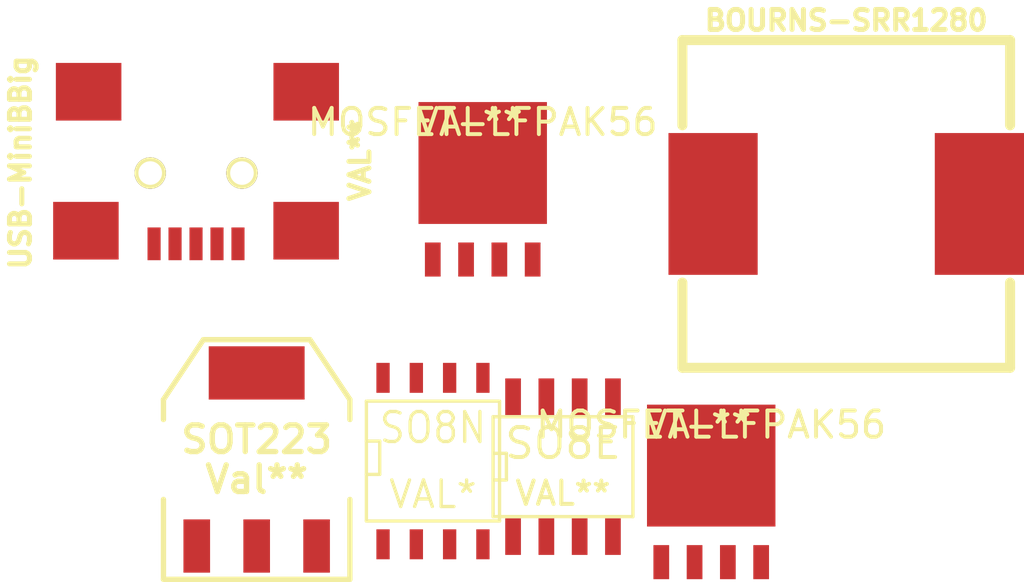
<source format=kicad_pcb>
(kicad_pcb (version 3) (host pcbnew "(2013-jul-07)-stable")

  (general
    (links 0)
    (no_connects 0)
    (area 186.11723 95.55861 226.880987 110.88751)
    (thickness 1.6)
    (drawings 0)
    (tracks 0)
    (zones 0)
    (modules 7)
    (nets 3)
  )

  (page A3)
  (layers
    (15 F.Cu signal)
    (0 B.Cu signal)
    (16 B.Adhes user)
    (17 F.Adhes user)
    (18 B.Paste user)
    (19 F.Paste user)
    (20 B.SilkS user)
    (21 F.SilkS user)
    (22 B.Mask user)
    (23 F.Mask user)
    (24 Dwgs.User user)
    (25 Cmts.User user)
    (26 Eco1.User user)
    (27 Eco2.User user)
    (28 Edge.Cuts user)
  )

  (setup
    (last_trace_width 0.254)
    (trace_clearance 0.254)
    (zone_clearance 0.508)
    (zone_45_only no)
    (trace_min 0.254)
    (segment_width 0.2)
    (edge_width 0.1)
    (via_size 0.889)
    (via_drill 0.635)
    (via_min_size 0.889)
    (via_min_drill 0.508)
    (uvia_size 0.508)
    (uvia_drill 0.127)
    (uvias_allowed no)
    (uvia_min_size 0.508)
    (uvia_min_drill 0.127)
    (pcb_text_width 0.3)
    (pcb_text_size 1.5 1.5)
    (mod_edge_width 0.15)
    (mod_text_size 1 1)
    (mod_text_width 0.15)
    (pad_size 1.5 1.5)
    (pad_drill 0.6)
    (pad_to_mask_clearance 0)
    (aux_axis_origin 0 0)
    (visible_elements FFFFFFBF)
    (pcbplotparams
      (layerselection 3178497)
      (usegerberextensions true)
      (excludeedgelayer true)
      (linewidth 0.150000)
      (plotframeref false)
      (viasonmask false)
      (mode 1)
      (useauxorigin false)
      (hpglpennumber 1)
      (hpglpenspeed 20)
      (hpglpendiameter 15)
      (hpglpenoverlay 2)
      (psnegative false)
      (psa4output false)
      (plotreference true)
      (plotvalue true)
      (plotothertext true)
      (plotinvisibletext false)
      (padsonsilk false)
      (subtractmaskfromsilk false)
      (outputformat 1)
      (mirror false)
      (drillshape 1)
      (scaleselection 1)
      (outputdirectory ""))
  )

  (net 0 "")
  (net 1 +5V)
  (net 2 /HighCOut)

  (net_class Default "This is the default net class."
    (clearance 0.254)
    (trace_width 0.254)
    (via_dia 0.889)
    (via_drill 0.635)
    (uvia_dia 0.508)
    (uvia_drill 0.127)
    (add_net "")
    (add_net +5V)
    (add_net /HighCOut)
  )

  (module USB-MiniBBig (layer F.Cu) (tedit 521064BD) (tstamp 53CC1D45)
    (at 193.548 102.2096 180)
    (fp_text reference USB-MiniBBig (at 6.70052 0.50038 270) (layer F.SilkS)
      (effects (font (size 0.762 0.762) (thickness 0.1905)))
    )
    (fp_text value VAL** (at -6.25094 0.59944 270) (layer F.SilkS)
      (effects (font (size 0.762 0.762) (thickness 0.1905)))
    )
    (fp_text user H2959CT-ND (at 0.29972 0.55118 180) (layer F.SilkS) hide
      (effects (font (size 0.8001 0.8001) (thickness 0.20066)))
    )
    (pad 9 smd rect (at 4.09956 3.2004 180) (size 2.49936 2.19964)
      (layers F.Cu F.Paste F.Mask)
    )
    (pad 8 smd rect (at -4.20116 3.2004 180) (size 2.49936 2.19964)
      (layers F.Cu F.Paste F.Mask)
    )
    (pad 7 smd rect (at 4.2037 -2.10058 180) (size 2.49936 2.19964)
      (layers F.Cu F.Paste F.Mask)
    )
    (pad 4 smd rect (at 0.80264 -2.60096 180) (size 0.50038 1.24968)
      (layers F.Cu F.Paste F.Mask)
    )
    (pad 3 smd rect (at 0.00254 -2.60096 180) (size 0.50038 1.24968)
      (layers F.Cu F.Paste F.Mask)
    )
    (pad 5 smd rect (at 1.60274 -2.60096 180) (size 0.50038 1.24968)
      (layers F.Cu F.Paste F.Mask)
    )
    (pad 2 smd rect (at -0.79756 -2.60096 180) (size 0.50038 1.24968)
      (layers F.Cu F.Paste F.Mask)
    )
    (pad 1 smd rect (at -1.59766 -2.60096 180) (size 0.50038 1.24968)
      (layers F.Cu F.Paste F.Mask)
    )
    (pad 6 smd rect (at -4.19862 -2.10058 180) (size 2.49936 2.19964)
      (layers F.Cu F.Paste F.Mask)
    )
    (pad "" thru_hole circle (at -1.75006 0.09906 180) (size 1.19888 1.19888) (drill 0.89916)
      (layers *.Cu *.Mask F.SilkS)
    )
    (pad "" thru_hole circle (at 1.75006 0.09906 180) (size 1.19888 1.19888) (drill 0.89916)
      (layers *.Cu *.Mask F.SilkS)
    )
  )

  (module MOSFET-LFPAK56 (layer F.Cu) (tedit 539BB779) (tstamp 53CC26E3)
    (at 204.4827 102.87)
    (fp_text reference MOSFET-LFPAK56 (at 0 -2.7) (layer F.SilkS)
      (effects (font (size 1 1) (thickness 0.15)))
    )
    (fp_text value VAL** (at -0.5 -2.7) (layer F.SilkS)
      (effects (font (size 1 1) (thickness 0.15)))
    )
    (pad 1 smd rect (at -1.905 2.54) (size 0.6 1.3)
      (layers F.Cu F.Paste F.Mask)
    )
    (pad 2 smd rect (at -0.635 2.54) (size 0.6 1.3)
      (layers F.Cu F.Paste F.Mask)
    )
    (pad 3 smd rect (at 0.635 2.54) (size 0.6 1.3)
      (layers F.Cu F.Paste F.Mask)
    )
    (pad 4 smd rect (at 1.905 2.54) (size 0.6 1.3)
      (layers F.Cu F.Paste F.Mask)
    )
    (pad 5 smd rect (at 0 -1.143) (size 4.9 4.65)
      (layers F.Cu F.Paste F.Mask)
    )
  )

  (module BOURNS-SRR1280 (layer F.Cu) (tedit 520518EF) (tstamp 53CC2743)
    (at 218.3511 103.2891)
    (path /5101B29F)
    (fp_text reference BOURNS-SRR1280 (at 0 -7.00024) (layer F.SilkS)
      (effects (font (size 0.762 0.762) (thickness 0.1905)))
    )
    (fp_text value "" (at 0 7.24916 90) (layer F.SilkS)
      (effects (font (size 0.762 0.762) (thickness 0.1905)))
    )
    (fp_line (start -6.25094 2.99974) (end -6.25094 6.25094) (layer F.SilkS) (width 0.381))
    (fp_line (start -6.25094 6.25094) (end 6.25094 6.25094) (layer F.SilkS) (width 0.381))
    (fp_line (start 6.25094 6.25094) (end 6.25094 2.99974) (layer F.SilkS) (width 0.381))
    (fp_line (start -6.25094 -6.25094) (end -6.25094 -2.99974) (layer F.SilkS) (width 0.381))
    (fp_line (start -6.25094 -6.25094) (end 6.25094 -6.25094) (layer F.SilkS) (width 0.381))
    (fp_line (start 6.25094 -6.25094) (end 6.25094 -2.99974) (layer F.SilkS) (width 0.381))
    (pad 1 smd rect (at -5.08 0) (size 3.4036 5.4102)
      (layers F.Cu F.Paste F.Mask)
      (net 1 +5V)
    )
    (pad 2 smd rect (at 5.08 0) (size 3.4036 5.4102)
      (layers F.Cu F.Paste F.Mask)
      (net 2 /HighCOut)
    )
  )

  (module SOT223 (layer F.Cu) (tedit 200000) (tstamp 53CEAC9E)
    (at 195.8594 113.03762)
    (descr "module CMS SOT223 4 pins")
    (tags "CMS SOT")
    (path SOT223)
    (attr smd)
    (fp_text reference SOT223 (at 0 -0.762) (layer F.SilkS)
      (effects (font (size 1.016 1.016) (thickness 0.2032)))
    )
    (fp_text value Val** (at 0 0.762) (layer F.SilkS)
      (effects (font (size 1.016 1.016) (thickness 0.2032)))
    )
    (fp_line (start -3.556 1.524) (end -3.556 4.572) (layer F.SilkS) (width 0.2032))
    (fp_line (start -3.556 4.572) (end 3.556 4.572) (layer F.SilkS) (width 0.2032))
    (fp_line (start 3.556 4.572) (end 3.556 1.524) (layer F.SilkS) (width 0.2032))
    (fp_line (start -3.556 -1.524) (end -3.556 -2.286) (layer F.SilkS) (width 0.2032))
    (fp_line (start -3.556 -2.286) (end -2.032 -4.572) (layer F.SilkS) (width 0.2032))
    (fp_line (start -2.032 -4.572) (end 2.032 -4.572) (layer F.SilkS) (width 0.2032))
    (fp_line (start 2.032 -4.572) (end 3.556 -2.286) (layer F.SilkS) (width 0.2032))
    (fp_line (start 3.556 -2.286) (end 3.556 -1.524) (layer F.SilkS) (width 0.2032))
    (pad 4 smd rect (at 0 -3.302) (size 3.6576 2.032)
      (layers F.Cu F.Paste F.Mask)
    )
    (pad 2 smd rect (at 0 3.302) (size 1.016 2.032)
      (layers F.Cu F.Paste F.Mask)
    )
    (pad 3 smd rect (at 2.286 3.302) (size 1.016 2.032)
      (layers F.Cu F.Paste F.Mask)
    )
    (pad 1 smd rect (at -2.286 3.302) (size 1.016 2.032)
      (layers F.Cu F.Paste F.Mask)
    )
    (model smd/SOT223.wrl
      (at (xyz 0 0 0))
      (scale (xyz 0.4 0.4 0.4))
      (rotate (xyz 0 0 0))
    )
  )

  (module SO8N (layer F.Cu) (tedit 45127296) (tstamp 53CEBD53)
    (at 202.58532 113.09858)
    (descr "Module CMS SOJ 8 pins large")
    (tags "CMS SOJ")
    (path SO8N)
    (attr smd)
    (fp_text reference SO8N (at 0 -1.27) (layer F.SilkS)
      (effects (font (size 1.143 1.016) (thickness 0.127)))
    )
    (fp_text value VAL* (at 0 1.27) (layer F.SilkS)
      (effects (font (size 1.016 1.016) (thickness 0.127)))
    )
    (fp_line (start -2.54 -2.286) (end 2.54 -2.286) (layer F.SilkS) (width 0.127))
    (fp_line (start 2.54 -2.286) (end 2.54 2.286) (layer F.SilkS) (width 0.127))
    (fp_line (start 2.54 2.286) (end -2.54 2.286) (layer F.SilkS) (width 0.127))
    (fp_line (start -2.54 2.286) (end -2.54 -2.286) (layer F.SilkS) (width 0.127))
    (fp_line (start -2.54 -0.762) (end -2.032 -0.762) (layer F.SilkS) (width 0.127))
    (fp_line (start -2.032 -0.762) (end -2.032 0.508) (layer F.SilkS) (width 0.127))
    (fp_line (start -2.032 0.508) (end -2.54 0.508) (layer F.SilkS) (width 0.127))
    (pad 8 smd rect (at -1.905 -3.175) (size 0.508 1.143)
      (layers F.Cu F.Paste F.Mask)
    )
    (pad 7 smd rect (at -0.635 -3.175) (size 0.508 1.143)
      (layers F.Cu F.Paste F.Mask)
    )
    (pad 6 smd rect (at 0.635 -3.175) (size 0.508 1.143)
      (layers F.Cu F.Paste F.Mask)
    )
    (pad 5 smd rect (at 1.905 -3.175) (size 0.508 1.143)
      (layers F.Cu F.Paste F.Mask)
    )
    (pad 4 smd rect (at 1.905 3.175) (size 0.508 1.143)
      (layers F.Cu F.Paste F.Mask)
    )
    (pad 3 smd rect (at 0.635 3.175) (size 0.508 1.143)
      (layers F.Cu F.Paste F.Mask)
    )
    (pad 2 smd rect (at -0.635 3.175) (size 0.508 1.143)
      (layers F.Cu F.Paste F.Mask)
    )
    (pad 1 smd rect (at -1.905 3.175) (size 0.508 1.143)
      (layers F.Cu F.Paste F.Mask)
    )
    (model smd/cms_so8.wrl
      (at (xyz 0 0 0))
      (scale (xyz 0.5 0.38 0.5))
      (rotate (xyz 0 0 0))
    )
  )

  (module SO8E (layer F.Cu) (tedit 4F33A5C7) (tstamp 53CECDA1)
    (at 207.54594 113.31194)
    (descr "module CMS SOJ 8 pins etroit")
    (tags "CMS SOJ")
    (path SO8E)
    (attr smd)
    (fp_text reference SO8E (at 0 -0.889) (layer F.SilkS)
      (effects (font (size 1.143 1.143) (thickness 0.1524)))
    )
    (fp_text value VAL** (at 0 1.016) (layer F.SilkS)
      (effects (font (size 0.889 0.889) (thickness 0.1524)))
    )
    (fp_line (start -2.667 1.778) (end -2.667 1.905) (layer F.SilkS) (width 0.127))
    (fp_line (start -2.667 1.905) (end 2.667 1.905) (layer F.SilkS) (width 0.127))
    (fp_line (start 2.667 -1.905) (end -2.667 -1.905) (layer F.SilkS) (width 0.127))
    (fp_line (start -2.667 -1.905) (end -2.667 1.778) (layer F.SilkS) (width 0.127))
    (fp_line (start -2.667 -0.508) (end -2.159 -0.508) (layer F.SilkS) (width 0.127))
    (fp_line (start -2.159 -0.508) (end -2.159 0.508) (layer F.SilkS) (width 0.127))
    (fp_line (start -2.159 0.508) (end -2.667 0.508) (layer F.SilkS) (width 0.127))
    (fp_line (start 2.667 -1.905) (end 2.667 1.905) (layer F.SilkS) (width 0.127))
    (pad 8 smd rect (at -1.905 -2.667) (size 0.59944 1.39954)
      (layers F.Cu F.Paste F.Mask)
    )
    (pad 1 smd rect (at -1.905 2.667) (size 0.59944 1.39954)
      (layers F.Cu F.Paste F.Mask)
    )
    (pad 7 smd rect (at -0.635 -2.667) (size 0.59944 1.39954)
      (layers F.Cu F.Paste F.Mask)
    )
    (pad 6 smd rect (at 0.635 -2.667) (size 0.59944 1.39954)
      (layers F.Cu F.Paste F.Mask)
    )
    (pad 5 smd rect (at 1.905 -2.667) (size 0.59944 1.39954)
      (layers F.Cu F.Paste F.Mask)
    )
    (pad 2 smd rect (at -0.635 2.667) (size 0.59944 1.39954)
      (layers F.Cu F.Paste F.Mask)
    )
    (pad 3 smd rect (at 0.635 2.667) (size 0.59944 1.39954)
      (layers F.Cu F.Paste F.Mask)
    )
    (pad 4 smd rect (at 1.905 2.667) (size 0.59944 1.39954)
      (layers F.Cu F.Paste F.Mask)
    )
    (model smd/cms_so8.wrl
      (at (xyz 0 0 0))
      (scale (xyz 0.5 0.32 0.5))
      (rotate (xyz 0 0 0))
    )
  )

  (module MOSFET-LFPAK56 (layer F.Cu) (tedit 539BB779) (tstamp 53CEDDFB)
    (at 213.19998 114.4143)
    (fp_text reference MOSFET-LFPAK56 (at 0 -2.7) (layer F.SilkS)
      (effects (font (size 1 1) (thickness 0.15)))
    )
    (fp_text value VAL** (at -0.5 -2.7) (layer F.SilkS)
      (effects (font (size 1 1) (thickness 0.15)))
    )
    (pad 1 smd rect (at -1.905 2.54) (size 0.6 1.3)
      (layers F.Cu F.Paste F.Mask)
    )
    (pad 2 smd rect (at -0.635 2.54) (size 0.6 1.3)
      (layers F.Cu F.Paste F.Mask)
    )
    (pad 3 smd rect (at 0.635 2.54) (size 0.6 1.3)
      (layers F.Cu F.Paste F.Mask)
    )
    (pad 4 smd rect (at 1.905 2.54) (size 0.6 1.3)
      (layers F.Cu F.Paste F.Mask)
    )
    (pad 5 smd rect (at 0 -1.143) (size 4.9 4.65)
      (layers F.Cu F.Paste F.Mask)
    )
  )

)

</source>
